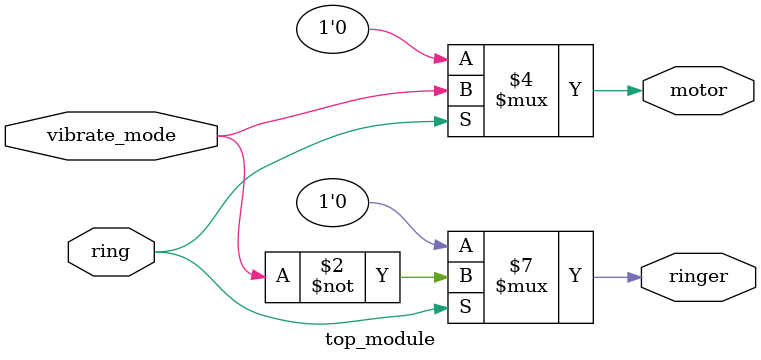
<source format=v>
module top_module (
    input ring,
    input vibrate_mode,
    output ringer,       // Make sound
    output motor         // Vibrate
);
    
    always @ (*) begin
        if ( ring ) begin
            ringer = ~vibrate_mode;
            motor = vibrate_mode;
        end
        else begin
            ringer = 1'b0;
            motor = 1'b0;
        end 
    end

endmodule

</source>
